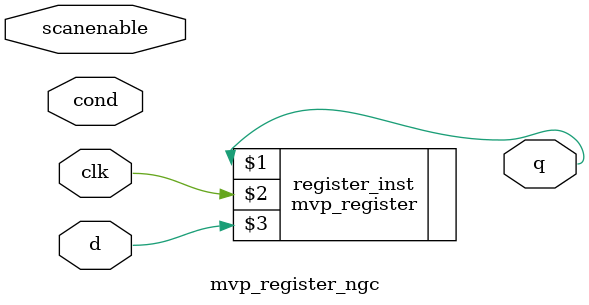
<source format=v>



// Comments for verilint
//verilint 240 off  // Unused input:  (scanenable, cond)

`include "m14k_const.vh"
module mvp_register_ngc (
	q,
	scanenable,
	cond, 
	clk,
	d
);
// synopsys template
parameter WIDTH = 1;

output [WIDTH-1:0] q;

input  clk;
input  cond;
input  scanenable;
input  [WIDTH-1:0] d;

	mvp_register #(WIDTH) register_inst(q, clk, d);

//verilint 240 on  // Unused input:  (scanenable, cond)
endmodule

</source>
